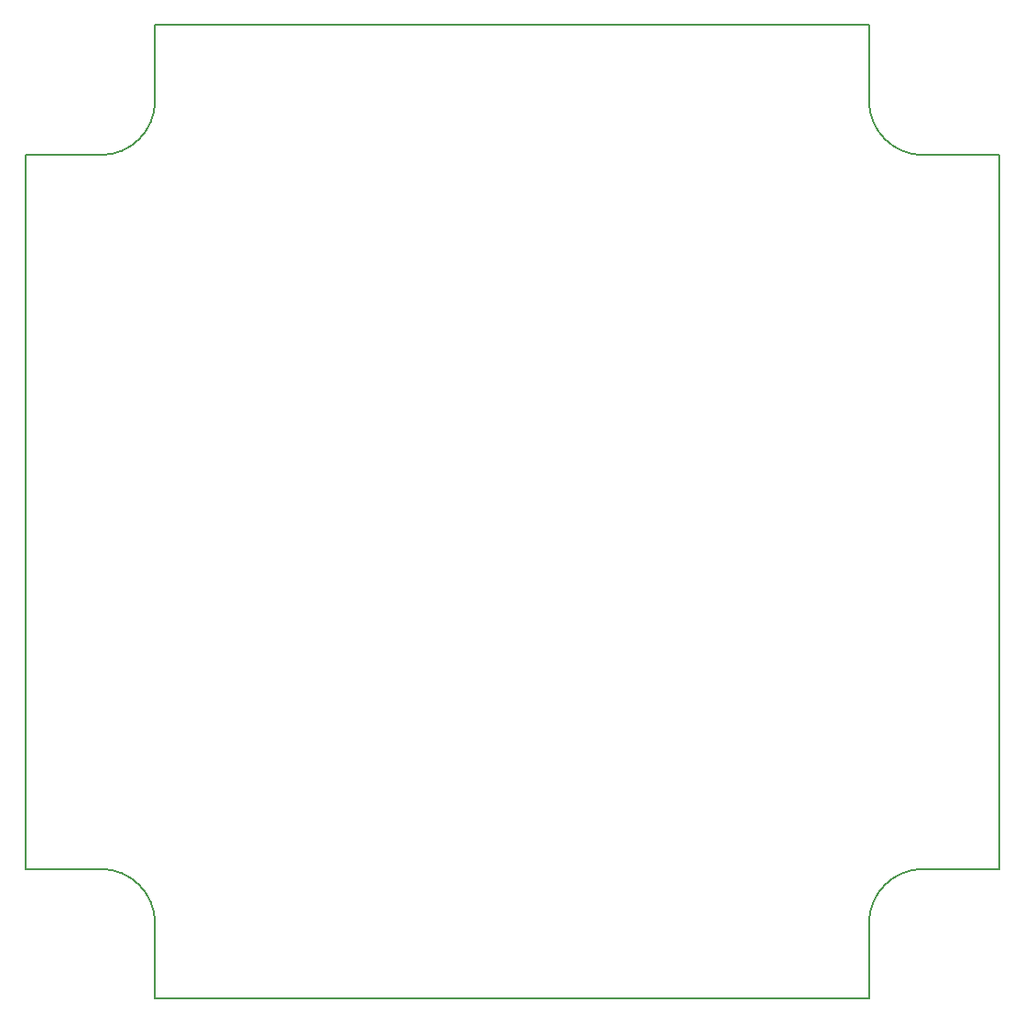
<source format=gbr>
%TF.GenerationSoftware,KiCad,Pcbnew,7.0.9-7.0.9~ubuntu22.04.1*%
%TF.CreationDate,2023-12-31T10:10:50+00:00*%
%TF.ProjectId,stm32_sbc_wifi,73746d33-325f-4736-9263-5f776966692e,A*%
%TF.SameCoordinates,Original*%
%TF.FileFunction,Profile,NP*%
%FSLAX46Y46*%
G04 Gerber Fmt 4.6, Leading zero omitted, Abs format (unit mm)*
G04 Created by KiCad (PCBNEW 7.0.9-7.0.9~ubuntu22.04.1) date 2023-12-31 10:10:50*
%MOMM*%
%LPD*%
G01*
G04 APERTURE LIST*
%TA.AperFunction,Profile*%
%ADD10C,0.150000*%
%TD*%
G04 APERTURE END LIST*
D10*
X163000000Y-118000000D02*
G75*
G03*
X158000000Y-123000000I0J-5000000D01*
G01*
X92000000Y-40000000D02*
X92000000Y-47000000D01*
X80000000Y-118000000D02*
X87000000Y-118000000D01*
X87000000Y-52000000D02*
G75*
G03*
X92000000Y-47000000I0J5000000D01*
G01*
X158000000Y-123000000D02*
X158000000Y-130000000D01*
X163000000Y-52000000D02*
X170000000Y-52000000D01*
X158000000Y-40000000D02*
X158000000Y-47000000D01*
X92000000Y-40000000D02*
X158000000Y-40000000D01*
X170000000Y-52000000D02*
X170000000Y-118000000D01*
X80000000Y-118000000D02*
X80000000Y-52000000D01*
X92000000Y-123000000D02*
G75*
G03*
X87000000Y-118000000I-5000000J0D01*
G01*
X87000000Y-52000000D02*
X80000000Y-52000000D01*
X158000000Y-130000000D02*
X92000000Y-130000000D01*
X92000000Y-123000000D02*
X92000000Y-130000000D01*
X158000000Y-47000000D02*
G75*
G03*
X163000000Y-52000000I5000000J0D01*
G01*
X170000000Y-118000000D02*
X163000000Y-118000000D01*
M02*

</source>
